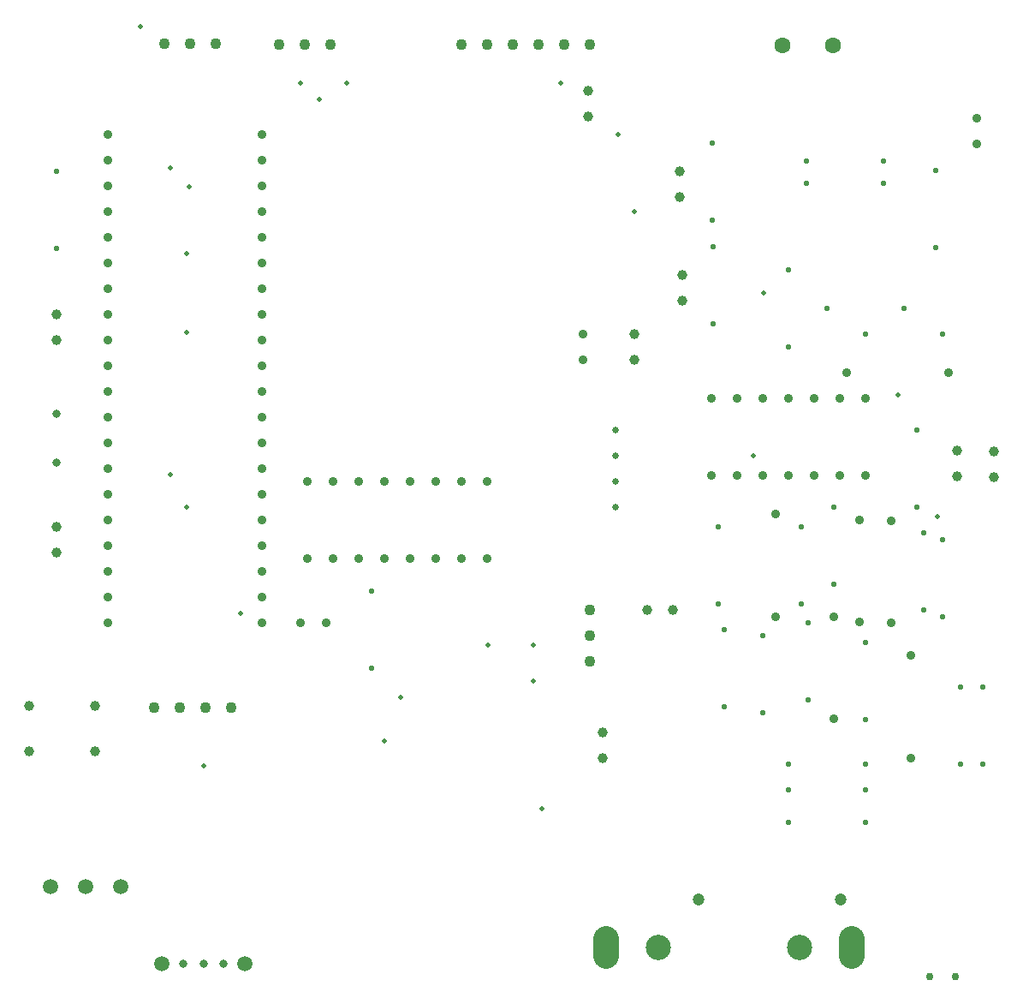
<source format=gbr>
%TF.GenerationSoftware,Novarm,DipTrace,3.2.0.1*%
%TF.CreationDate,2018-03-01T22:24:27+00:00*%
%FSLAX26Y26*%
%MOIN*%
%TF.FileFunction,Plated,1,2,PTH,Drill*%
%TF.Part,Single*%
%TA.AperFunction,ComponentDrill*%
%ADD13C,0.035433*%
%ADD30C,0.062992*%
%TA.AperFunction,ViaDrill*%
%ADD42C,0.019685*%
%TA.AperFunction,ComponentDrill*%
%ADD45C,0.047244*%
%ADD46C,0.098425*%
%ADD47C,0.059055*%
%ADD48C,0.031496*%
%ADD49C,0.029528*%
%ADD50C,0.032*%
%ADD51C,0.03937*%
%ADD52C,0.021995*%
%ADD53C,0.022008*%
%ADD54C,0.035*%
%ADD55C,0.043307*%
%ADD56C,0.025591*%
G75*
G01*
D45*
X3093701Y793701D3*
X3644882D3*
X3690157Y573228D2*
D46*
Y640157D1*
X3487402Y606693D3*
X2936220D3*
X2733465Y573228D2*
Y640157D1*
D47*
X568701Y843701D3*
X706496D3*
X844291D3*
D48*
X1243701Y543701D3*
X1164961D3*
X1086220D3*
D47*
X1326378D3*
X1003543D3*
D49*
X3993701Y493701D3*
X4092126D3*
D50*
X593701Y2493701D3*
Y2683701D3*
D13*
X793701Y3768701D3*
Y3668701D3*
Y3568701D3*
Y3468701D3*
Y3368701D3*
Y3268701D3*
Y3168701D3*
Y3068701D3*
Y2968701D3*
Y2868701D3*
Y2768701D3*
Y2668701D3*
Y2568701D3*
Y2468701D3*
Y2368701D3*
Y2268701D3*
Y2168701D3*
Y2068701D3*
Y1968701D3*
Y1868701D3*
X1393701D3*
Y1968701D3*
Y2068701D3*
Y2168701D3*
Y2268701D3*
Y2368701D3*
Y2468701D3*
Y2568701D3*
Y2668701D3*
Y2768701D3*
Y2868701D3*
Y2968701D3*
Y3068701D3*
Y3168701D3*
Y3268701D3*
Y3368701D3*
Y3468701D3*
Y3568701D3*
Y3668701D3*
Y3768701D3*
D51*
X593701Y2968701D3*
Y3068701D3*
Y2243701D3*
Y2143701D3*
X743701Y1368701D3*
Y1545866D3*
X487795D3*
Y1368701D3*
X2843701Y2993701D3*
Y2893701D3*
D13*
X3143701Y2443701D3*
X3243701D3*
X3343701D3*
X3443701D3*
X3543701D3*
X3643701D3*
X3743701D3*
Y2743701D3*
X3643701D3*
X3543701D3*
X3443701D3*
X3343701D3*
X3243701D3*
X3143701D3*
D52*
X3193701Y1843701D3*
D53*
Y1543701D3*
D52*
X3343701Y1818701D3*
D53*
Y1518701D3*
D13*
X3618701Y1893701D3*
Y1496063D3*
X3393701Y1893701D3*
Y2291339D3*
D52*
X3518701Y1868701D3*
D53*
Y1568701D3*
D52*
X3493701Y1943701D3*
D53*
Y2243701D3*
D52*
X3618701Y2318701D3*
D53*
Y2018701D3*
D52*
X3168701Y1943701D3*
D53*
Y2243701D3*
D13*
X2268701Y2418701D3*
X2168701D3*
X2068701D3*
X1968701D3*
X1868701D3*
X1768701D3*
X1668701D3*
X1568701D3*
Y2118701D3*
X1668701D3*
X1768701D3*
X1868701D3*
X1968701D3*
X2068701D3*
X2168701D3*
X2268701D3*
D54*
X1543701Y1868701D3*
X1643701D3*
D52*
X1818701Y1993701D3*
D53*
Y1693701D3*
D55*
X2668701Y1918701D3*
Y1818701D3*
Y1718701D3*
D51*
X2993701Y1918701D3*
X2893701D3*
X2718701Y1343701D3*
Y1443701D3*
D56*
X2768701Y2318701D3*
Y2418701D3*
Y2518701D3*
Y2618701D3*
D52*
X3943701D3*
D53*
Y2318701D3*
D52*
X3743701Y2993701D3*
D53*
X4043701D3*
D52*
X3743701Y1218701D3*
D53*
X3443701D3*
D52*
X3743701Y1093701D3*
D53*
X3443701D3*
D13*
X3718701Y2268701D3*
Y1871063D3*
X3843701Y1868701D3*
Y2266339D3*
D52*
X3743701Y1793701D3*
D53*
Y1493701D3*
D52*
Y1318701D3*
D53*
X3443701D3*
D13*
X3668701Y2843701D3*
X4066339D3*
X3918701Y1343701D3*
Y1741339D3*
D52*
X3968701Y1918701D3*
D53*
Y2218701D3*
D52*
X3443701Y2943701D3*
D53*
Y3243701D3*
D52*
X4043701Y2193701D3*
D53*
Y1893701D3*
D52*
X3893701Y3093701D3*
D53*
X3593701D3*
D52*
X4111915Y1619281D3*
D53*
Y1319281D3*
D52*
X4200777Y1619281D3*
D53*
Y1319281D3*
D51*
X4243991Y2534373D3*
Y2434373D3*
X4099146Y2538837D3*
Y2438837D3*
D52*
X3511735Y3580420D3*
D53*
X3811735D3*
D13*
X2643701Y2893701D3*
Y2993701D3*
D52*
X3512316Y3665688D3*
D53*
X3812316D3*
D52*
X4015218Y3628969D3*
D53*
Y3328969D3*
D52*
X3148234Y3331098D3*
D53*
Y3031098D3*
D51*
X3028941Y3221799D3*
Y3121799D3*
D52*
X3145139Y3434692D3*
D53*
Y3734692D3*
D51*
X3019932Y3525392D3*
Y3625392D3*
D13*
X4175726Y3732017D3*
Y3832017D3*
D55*
X1011585Y4123839D3*
X1111585D3*
X1211585D3*
X1460900Y4117967D3*
X1560900D3*
X1660900D3*
D30*
X3616005Y4117210D3*
X3419155D3*
D55*
X2169064Y4117709D3*
X2269064D3*
X2369064D3*
X2469064D3*
X2569064D3*
X2669064D3*
D51*
X2664058Y3840900D3*
Y3940900D3*
D52*
X594727Y3324777D3*
D53*
Y3624777D3*
D55*
X1272222Y1540495D3*
X1172222D3*
X1072222D3*
X972222D3*
D42*
X3346457Y3153543D3*
X1933071Y1578740D3*
X1098425Y2318898D3*
Y3000000D3*
Y3307087D3*
X2779528Y3767717D3*
X2448819Y1641732D3*
Y1783465D3*
X1870079Y1409449D3*
X2271654Y1783465D3*
X1311024Y1905512D3*
X1618110Y3905512D3*
X4023622Y2283465D3*
X3307087Y2519685D3*
X3870079Y2755906D3*
X2842520Y3468504D3*
X1110236Y3566929D3*
X1543307Y3968504D3*
X921260Y4188976D3*
X2555118Y3968504D3*
X1724409D3*
X1035433Y3637795D3*
Y2444882D3*
X1165354Y1311024D3*
X2484252Y1145669D3*
M02*

</source>
